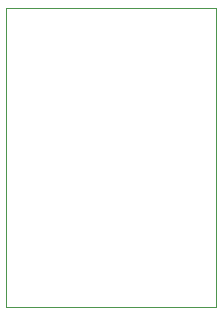
<source format=gbr>
%TF.GenerationSoftware,KiCad,Pcbnew,8.0.5*%
%TF.CreationDate,2024-11-06T12:15:14-05:00*%
%TF.ProjectId,Debug Adapter,44656275-6720-4416-9461-707465722e6b,rev?*%
%TF.SameCoordinates,Original*%
%TF.FileFunction,Profile,NP*%
%FSLAX46Y46*%
G04 Gerber Fmt 4.6, Leading zero omitted, Abs format (unit mm)*
G04 Created by KiCad (PCBNEW 8.0.5) date 2024-11-06 12:15:14*
%MOMM*%
%LPD*%
G01*
G04 APERTURE LIST*
%TA.AperFunction,Profile*%
%ADD10C,0.050000*%
%TD*%
G04 APERTURE END LIST*
D10*
X132080000Y-65530000D02*
X149860000Y-65530000D01*
X149860000Y-90880000D01*
X132080000Y-90880000D01*
X132080000Y-65530000D01*
M02*

</source>
